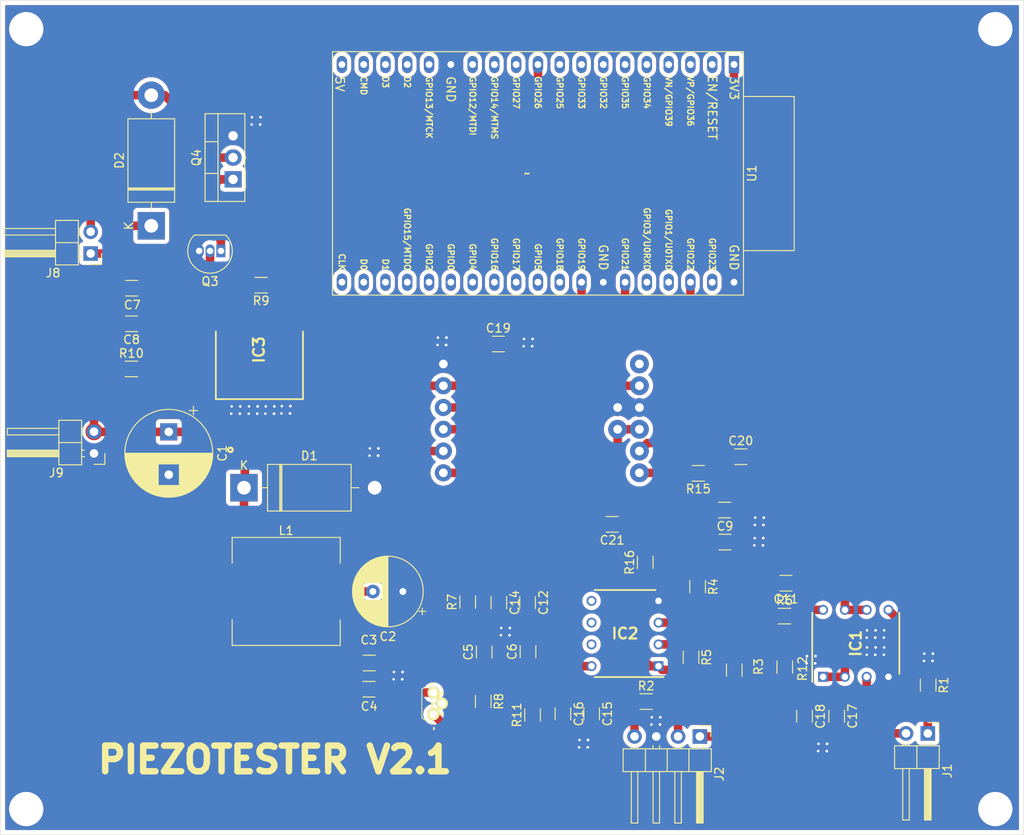
<source format=kicad_pcb>
(kicad_pcb (version 20241229) (generator "pcbnew") (generator_version "9.0")
  (layers (0 "F.Cu" signal) (2 "B.Cu" signal) (13 "F.Paste" user) (15 "B.Paste" user) (5 "F.SilkS" user "F.Silkscreen") (7 "B.SilkS" user "B.Silkscreen") (1 "F.Mask" user) (3 "B.Mask" user) (25 "Edge.Cuts" user))
  (net 0 "")
  (net 28 "3v3A")
  (net 30 "GND")
  (net 31 "+3.3V")
  (net 32 "Net-(ADS2-AIN0)")
  (net 33 "RDY")
  (net 34 "SCL")
  (net 35 "Net-(ADS2-AIN1)")
  (net 36 "SDA")
  (net 37 "Net-(IC1-VINB+)")
  (net 38 "Net-(ADS2-AIN2)")
  (net 39 "Net-(IC2-IN1+)")
  (net 42 "Net-(IC2-IN1-)")
  (net 44 "Net-(J2-Pin_1)")
  (net 45 "Net-(J2-Pin_2)")
  (net 46 "GPIO17")
  (net 47 "OUT")
  (net 48 "Net-(D2-A)")
  (net 49 "Net-(D2-K)")
  (net 50 "12VDC+")
  (net 51 "Net-(Q3-B)")
  (net 52 "Net-(IC3-FB)")
  (net 53 "Net-(C5-Pad1)")
  (net 54 "Net-(IC1-VDD)")
  (net 55 "Net-(IC2-V+)")
  (net 56 "Net-(J2-Pin_4)")
  (net 57 "Net-(IC1-VINA+)")
  (net 58 "Net-(IC1-VINA-)")
  (net 59 "AIN2")
  (footprint "Capacitor_SMD:C_1206_3216Metric" (layer "F.Cu") (at 127.05 98.74)
    (property "Reference" "C19")
    (property "Value" "C 0.1μF")
  )
  (footprint "ADS1115_Salamon:DIP781W56P254L950H533Q8N" (layer "F.Cu") (at 141.825 132.52 180)
    (property "Reference" "IC2")
    (property "Value" "LM358P" (hide yes))
  )
  (footprint "Resistor_SMD:R_1206_3216Metric" (layer "F.Cu") (at 123.48 128.86 90)
    (property "Reference" "R7")
    (property "Value" "R 1")
  )
  (footprint "Capacitor_SMD:C_1206_3216Metric" (layer "F.Cu") (at 166.5 142.17 -90)
    (property "Reference" "C17")
    (property "Value" "C 10μF")
  )
  (footprint "Capacitor_SMD:C_1206_3216Metric" (layer "F.Cu") (at 130.51 134.63 90)
    (property "Reference" "C6")
    (property "Value" "C 100nF")
  )
  (footprint "Connector_PinHeader_2.54mm:PinHeader_1x02_P2.54mm_Horizontal" (layer "F.Cu") (at 177.125 144.175 -90)
    (property "Reference" "J1")
    (property "Value" "Conn_01x02")
  )
  (footprint "Connector_PinHeader_2.54mm:PinHeader_1x04_P2.54mm_Horizontal" (layer "F.Cu") (at 150.55 144.53 -90)
    (property "Reference" "J2")
    (property "Value" "Conn_01x04")
  )
  (footprint "Resistor_SMD:R_1206_3216Metric" (layer "F.Cu") (at 177.17 138.54 -90)
    (property "Reference" "R1")
    (property "Value" "R 200K")
  )
  (footprint "Capacitor_SMD:C_1206_3216Metric" (layer "F.Cu") (at 127.11 128.915 -90)
    (property "Reference" "C14")
    (property "Value" "C 100nF")
  )
  (footprint "Capacitor_THT:CP_Radial_D10.0mm_P5.00mm" (layer "F.Cu") (at 88.62 108.99 -90)
    (property "Reference" "C1")
    (property "Value" "C 680 μF")
  )
  (footprint "ADS1115_Salamon:ESP32-DevKitC" (layer "F.Cu") (at 154.53 66.13 -90)
    (property "Reference" "U1")
    (property "Value" "~")
  )
  (footprint "ADS1115_Salamon:TL431CLPM" (layer "F.Cu") (at 119.48 141.95 90)
    (property "Reference" "IC4")
    (property "Value" "LP2950-33LPRE3" (hide yes))
  )
  (footprint "Resistor_SMD:R_1206_3216Metric" (layer "F.Cu") (at 160.42 130.49)
    (property "Reference" "R6")
    (property "Value" "R 1")
  )
  (footprint "Capacitor_SMD:C_1206_3216Metric" (layer "F.Cu") (at 140.33 119.78 180)
    (property "Reference" "C21")
    (property "Value" "C 100nF")
  )
  (footprint "Resistor_SMD:R_1206_3216Metric" (layer "F.Cu") (at 84.2575 101.65)
    (property "Reference" "R10")
    (property "Value" "R 68K")
  )
  (footprint "Inductor_SMD:L_12x12mm_H6mm" (layer "F.Cu") (at 102.31 127.61)
    (property "Reference" "L1")
    (property "Value" "L 68 μH")
  )
  (footprint "Capacitor_SMD:C_1206_3216Metric" (layer "F.Cu") (at 160.59 126.65 180)
    (property "Reference" "C11")
    (property "Value" "C 0.1 μF")
  )
  (footprint "Connector_PinHeader_2.54mm:PinHeader_1x02_P2.54mm_Horizontal" (layer "F.Cu") (at 79.9 111.507323 180)
    (property "Reference" "J9")
    (property "Value" "Conn_01x02")
  )
  (footprint "Capacitor_SMD:C_1206_3216Metric" (layer "F.Cu") (at 155.325 111.89)
    (property "Reference" "C20")
    (property "Value" "C 100nF")
  )
  (footprint "ADS1115_Salamon:ADS1219" (layer "F.Cu") (at 119.64 117.16 -90)
    (property "Reference" "ADS2" (hide yes))
    (property "Value" "~" (hide yes))
  )
  (footprint "Capacitor_THT:CP_Radial_D8.0mm_P3.50mm" (layer "F.Cu") (at 115.92 127.62 180)
    (property "Reference" "C2")
    (property "Value" "C 180 μF")
  )
  (footprint "Capacitor_SMD:C_1206_3216Metric" (layer "F.Cu") (at 153.475 121.8525)
    (property "Reference" "C9")
    (property "Value" "C 10μF")
  )
  (footprint "Package_TO_SOT_THT:TO-220-3_Vertical" (layer "F.Cu") (at 96.12 79.53 90)
    (property "Reference" "Q4")
    (property "Value" "IRLZ44N")
  )
  (footprint "Diode_THT:D_DO-201AD_P15.24mm_Horizontal" (layer "F.Cu") (at 86.58 84.95 90)
    (property "Reference" "D2")
    (property "Value" "1N5822")
  )
  (footprint "Capacitor_SMD:C_1206_3216Metric" (layer "F.Cu") (at 125.4 134.68 90)
    (property "Reference" "C5")
    (property "Value" "C 10μF")
  )
  (footprint "Resistor_SMD:R_1206_3216Metric" (layer "F.Cu") (at 160.45 136.44 -90)
    (property "Reference" "R12")
    (property "Value" "R 1")
  )
  (footprint "Capacitor_SMD:C_1206_3216Metric" (layer "F.Cu") (at 153.44 118.1125)
    (property "Reference" "C10" (hide yes))
    (property "Value" "C 100nF")
  )
  (footprint "Resistor_SMD:R_1206_3216Metric" (layer "F.Cu") (at 150.3675 113.83 180)
    (property "Reference" "R15")
    (property "Value" "R 1K")
  )
  (footprint "ADS1115_Salamon:KTT0005B" (layer "F.Cu") (at 99.19 96.534 -90)
    (property "Reference" "IC3")
    (property "Value" "LM2596S-5.0_NOPB" (hide yes))
  )
  (footprint "Resistor_SMD:R_1206_3216Metric" (layer "F.Cu") (at 149.52 135.3 -90)
    (property "Reference" "R5")
    (property "Value" "R 62K")
  )
  (footprint "Connector_PinHeader_2.54mm:PinHeader_1x02_P2.54mm_Horizontal" (layer "F.Cu") (at 79.515 88.185 180)
    (property "Reference" "J8")
    (property "Value" "Conn_01x02")
  )
  (footprint "Resistor_SMD:R_1206_3216Metric" (layer "F.Cu") (at 125.29 140.44 -90)
    (property "Reference" "R8")
    (property "Value" "R 10")
  )
  (footprint "Resistor_SMD:R_1206_3216Metric" (layer "F.Cu") (at 144.18 124.2175 90)
    (property "Reference" "R16")
    (property "Value" "R 1K")
  )
  (footprint "Package_TO_SOT_THT:TO-92_Inline" (layer "F.Cu") (at 94.7 87.88 180)
    (property "Reference" "Q3")
    (property "Value" "BC547")
  )
  (footprint "Capacitor_SMD:C_1206_3216Metric" (layer "F.Cu") (at 84.285 96.38 180)
    (property "Reference" "C8")
    (property "Value" "C 100nF")
  )
  (footprint "ADS1115_Salamon:DIP781W56P254L950H533Q8N" (layer "F.Cu") (at 168.73 133.665 90)
    (property "Reference" "IC1")
    (property "Value" "MCP6002-I_P" (hide yes))
  )
  (footprint "Resistor_SMD:R_1206_3216Metric" (layer "F.Cu") (at 154.56 136.8 -90)
    (property "Reference" "R3")
    (property "Value" "R 1K")
  )
  (footprint "Resistor_SMD:R_1206_3216Metric" (layer "F.Cu") (at 131.04 142.02 90)
    (property "Reference" "R11")
    (property "Value" "R 1")
  )
  (footprint "Capacitor_SMD:C_1206_3216Metric" (layer "F.Cu") (at 134.58 141.89 -90)
    (property "Reference" "C16")
    (property "Value" "C 100nF")
  )
  (footprint "Resistor_SMD:R_1206_3216Metric" (layer "F.Cu") (at 99.39 91.88 180)
    (property "Reference" "R9")
    (property "Value" "R 100")
  )
  (footprint "Diode_THT:D_DO-201AD_P15.24mm_Horizontal" (layer "F.Cu") (at 97.39 115.51)
    (property "Reference" "D1")
    (property "Value" "1N5824")
  )
  (footprint "Resistor_SMD:R_1206_3216Metric" (layer "F.Cu") (at 150.285 127.0575 -90)
    (property "Reference" "R4")
    (property "Value" "R 62K")
  )
  (footprint "Capacitor_SMD:C_1206_3216Metric" (layer "F.Cu") (at 84.295 92.23 180)
    (property "Reference" "C7")
    (property "Value" "C 10μF")
  )
  (footprint "Capacitor_SMD:C_1206_3216Metric" (layer "F.Cu") (at 130.46 128.915 -90)
    (property "Reference" "C12")
    (property "Value" "C 10μF")
  )
  (footprint "Capacitor_SMD:C_1206_3216Metric" (layer "F.Cu") (at 137.93 141.89 -90)
    (property "Reference" "C15")
    (property "Value" "C 10μF")
  )
  (footprint "Resistor_SMD:R_1206_3216Metric" (layer "F.Cu") (at 144.2875 140.46)
    (property "Reference" "R2")
    (property "Value" "R 1K")
  )
  (footprint "Capacitor_SMD:C_1206_3216Metric" (layer "F.Cu") (at 162.75 142.18 -90)
    (property "Reference" "C18")
    (property "Value" "C 100nF")
  )
  (footprint "Capacitor_SMD:C_1206_3216Metric" (layer "F.Cu") (at 111.96 139.02)
    (property "Reference" "C4")
    (property "Value" "C 100nF")
  )
  (footprint "Capacitor_SMD:C_1206_3216Metric" (layer "F.Cu") (at 111.99 135.96)
    (property "Reference" "C3")
    (property "Value" "C 22μF")
  )
  (gr_rect (start 69 58.652675) (end 188.307053 156) (stroke (width 0.05)) (fill no) (layer "Edge.Cuts"))
  (gr_text "PIEZOTESTER V2.1\n" (at 80 149 0) (layer "F.SilkS") (effects (font (size 3 3) (thickness 0.75) (bold yes)) (justify left bottom)))
  (segment (start 126.48 143.48) (end 129.74 143.48) (width 1) (layer "F.Cu") (net 28))
  (segment (start 129.74 143.48) (end 129.7425 143.4825) (width 1) (layer "F.Cu") (net 28))
  (segment (start 124.1225 141.9025) (end 125.29 141.9025) (width 1) (layer "F.Cu") (net 28))
  (segment (start 152 118.1475) (end 151.965 118.1125) (width 1) (layer "F.Cu") (net 28))
  (segment (start 125.29 142.29) (end 126.48 143.48) (width 1) (layer "F.Cu") (net 28))
  (segment (start 158.9575 129.72375) (end 152 122.76625) (width 1) (layer "F.Cu") (net 28))
  (segment (start 158 142) (end 158 136) (width 1) (layer "F.Cu") (net 28))
  (segment (start 123.48 130.3225) (end 122.36 131.4425) (width 1) (layer "F.Cu") (net 28))
  (segment (start 152 121.8525) (end 152 118.1475) (width 1) (layer "F.Cu") (net 28))
  (segment (start 159.0225 134.9775) (end 160.45 134.9775) (width 1) (layer "F.Cu") (net 28))
  (segment (start 158.9575 133.485) (end 158.9575 130.49) (width 1) (layer "F.Cu") (net 28))
  (segment (start 122.36 131.4425) (end 122.36 140.14) (width 1) (layer "F.Cu") (net 28))
  (segment (start 120.67 143.14) (end 123.02 143.14) (width 1) (layer "F.Cu") (net 28))
  (segment (start 158 136) (end 159.0225 134.9775) (width 1) (layer "F.Cu") (net 28))
  (segment (start 131.4825 143.4825) (end 136 148) (width 1) (layer "F.Cu") (net 28))
  (segment (start 143.5 108.69) (end 140.96 108.69) (width 1) (layer "F.Cu") (net 28))
  (segment (start 129.7425 143.4825) (end 131.04 143.4825) (width 1) (layer "F.Cu") (net 28))
  (segment (start 124.29625 142.89625) (end 125.29 141.9025) (width 1) (layer "F.Cu") (net 28))
  (segment (start 152 148) (end 158 142) (width 1) (layer "F.Cu") (net 28))
  (segment (start 158.9575 130.49) (end 158.9575 129.72375) (width 1) (layer "F.Cu") (net 28))
  (segment (start 123.02 143.14) (end 124.0525 143.14) (width 1) (layer "F.Cu") (net 28))
  (segment (start 124.0525 143.14) (end 124.29625 142.89625) (width 1) (layer "F.Cu") (net 28))
  (segment (start 125.29 141.9025) (end 125.29 142.29) (width 1) (layer "F.Cu") (net 28))
  (segment (start 160.45 134.9775) (end 158.9575 133.485) (width 1) (layer "F.Cu") (net 28))
  (segment (start 122.36 140.14) (end 124.1225 141.9025) (width 1) (layer "F.Cu") (net 28))
  (segment (start 143 117) (end 140.96 114.96) (width 1) (layer "F.Cu") (net 28))
  (segment (start 136 148) (end 152 148) (width 1) (layer "F.Cu") (net 28))
  (segment (start 152 122.76625) (end 152 121.8525) (width 1) (layer "F.Cu") (net 28))
  (segment (start 151.965 118.1125) (end 150.8525 117) (width 1) (layer "F.Cu") (net 28))
  (segment (start 150.8525 117) (end 143 117) (width 1) (layer "F.Cu") (net 28))
  (segment (start 119.48 141.95) (end 120.67 143.14) (width 1) (layer "F.Cu") (net 28))
  (segment (start 131.04 143.4825) (end 131.4825 143.4825) (width 1) (layer "F.Cu") (net 28))
  (segment (start 140.96 114.96) (end 140.96 108.69) (width 1) (layer "F.Cu") (net 28))
  (via (at 145.9 143.14) (size 0.6) (drill 0.3) (layers "F.Cu" "B.Cu") (net 30))
  (via (at 171.04 134.15) (size 0.6) (drill 0.3) (layers "F.Cu" "B.Cu") (net 30))
  (via (at 96.91 106.87) (size 0.6) (drill 0.3) (layers "F.Cu" "B.Cu") (net 30))
  (via (at 171.04 132.15) (size 0.6) (drill 0.3) (layers "F.Cu" "B.Cu") (net 30))
  (via (at 114.88 137.01) (size 0.6) (drill 0.3) (layers "F.Cu" "B.Cu") (net 30))
  (via (at 157.94 121.39) (size 0.6) (drill 0.3) (layers "F.Cu" "B.Cu") (net 30))
  (via (at 163.04 135.15) (size 0.6) (drill 0.3) (layers "F.Cu" "B.Cu") (net 30))
  (via (at 171 133) (size 0.6) (drill 0.3) (layers "F.Cu" "B.Cu") (net 30))
  (via (at 95.91 106.87) (size 0.6) (drill 0.3) (layers "F.Cu" "B.Cu") (net 30))
  (via (at 98.94 106.87) (size 0.6) (drill 0.3) (layers "F.Cu" "B.Cu") (net 30))
  (via (at 171.04 134.15) (size 0.6) (drill 0.3) (layers "F.Cu" "B.Cu") (net 30))
  (via (at 113.03 111.77) (size 0.6) (drill 0.3) (layers "F.Cu" "B.Cu") (net 30))
  (via (at 131.04 98.15) (size 0.6) (drill 0.3) (layers "F.Cu" "B.Cu") (net 30))
  (via (at 171 133) (size 0.6) (drill 0.3) (layers "F.Cu" "B.Cu") (net 30))
  (via (at 144.9 143.14) (size 0.6) (drill 0.3) (layers "F.Cu" "B.Cu") (net 30))
  (via (at 102.76 106.84) (size 0.6) (drill 0.3) (layers "F.Cu" "B.Cu") (net 30))
  (via (at 112.07 110.92) (size 0.6) (drill 0.3) (layers "F.Cu" "B.Cu") (net 30))
  (via (at 98.94 106.87) (size 0.6) (drill 0.3) (layers "F.Cu" "B.Cu") (net 30))
  (via (at 131.04 98.15) (size 0.6) (drill 0.3) (layers "F.Cu" "B.Cu") (net 30))
  (via (at 176.68 135.72) (size 0.6) (drill 0.3) (layers "F.Cu" "B.Cu") (net 30))
  (via (at 170 133) (size 0.6) (drill 0.3) (layers "F.Cu" "B.Cu") (net 30))
  (via (at 165.38 145.39) (size 0.6) (drill 0.3) (layers "F.Cu" "B.Cu") (net 30))
  (via (at 157.94 121.39) (size 0.6) (drill 0.3) (layers "F.Cu" "B.Cu") (net 30))
  (via (at 100.93 106.02) (size 0.6) (drill 0.3) (layers "F.Cu" "B.Cu") (net 30))
  (via (at 115.88 137.01) (size 0.6) (drill 0.3) (layers "F.Cu" "B.Cu") (net 30))
  (via (at 113.07 110.92) (size 0.6) (drill 0.3) (layers "F.Cu" "B.Cu") (net 30))
  (via (at 170.04 134.15) (size 0.6) (drill 0.3) (layers "F.Cu" "B.Cu") (net 30))
  (via (at 119.96 98.85) (size 0.6) (drill 0.3) (layers "F.Cu" "B.Cu") (net 30))
  (via (at 130 99) (size 0.6) (drill 0.3) (layers "F.Cu" "B.Cu") (net 30))
  (via (at 177.72 134.87) (size 0.6) (drill 0.3) (layers "F.Cu" "B.Cu") (net 30))
  (via (at 164.04 135.15) (size 0.6) (drill 0.3) (layers "F.Cu" "B.Cu") (net 30))
  (via (at 115.84 137.86) (size 0.6) (drill 0.3) (layers "F.Cu" "B.Cu") (net 30))
  (via (at 120.96 98.85) (size 0.6) (drill 0.3) (layers "F.Cu" "B.Cu") (net 30))
  (via (at 172.04 132.15) (size 0.6) (drill 0.3) (layers "F.Cu" "B.Cu") (net 30))
  (via (at 97.98 106.02) (size 0.6) (drill 0.3) (layers "F.Cu" "B.Cu") (net 30))
  (via (at 164.34 146.24) (size 0.6) (drill 0.3) (layers "F.Cu" "B.Cu") (net 30))
  (via (at 102.76 106.84) (size 0.6) (drill 0.3) (layers "F.Cu" "B.Cu") (net 30))
  (via (at 128.39 131.87) (size 0.6) (drill 0.3) (layers "F.Cu" "B.Cu") (net 30))
  (via (at 136.47 145.8) (size 0.6) (drill 0.3) (layers "F.Cu" "B.Cu") (net 30))
  (via (at 113.07 110.92) (size 0.6) (drill 0.3) (layers "F.Cu" "B.Cu") (net 30))
  (via (at 164 136) (size 0.6) (drill 0.3) (layers "F.Cu" "B.Cu") (net 30))
  (via (at 172 135) (size 0.6) (drill 0.3) (layers "F.Cu" "B.Cu") (net 30))
  (via (at 120 98) (size 0.6) (drill 0.3) (layers "F.Cu" "B.Cu") (net 30))
  (via (at 99.93 106.02) (size 0.6) (drill 0.3) (layers "F.Cu" "B.Cu") (net 30))
  (via (at 136.51 144.95) (size 0.6) (drill 0.3) (layers "F.Cu" "B.Cu") (net 30))
  (via (at 157.9 122.24) (size 0.6) (drill 0.3) (layers "F.Cu" "B.Cu") (net 30))
  (via (at 128.35 132.72) (size 0.6) (drill 0.3) (layers "F.Cu" "B.Cu") (net 30))
  (via (at 130.04 98.15) (size 0.6) (drill 0.3) (layers "F.Cu" "B.Cu") (net 30))
  (via (at 137.47 145.8) (size 0.6) (drill 0.3) (layers "F.Cu" "B.Cu") (net 30))
  (via (at 170.04 132.15) (size 0.6) (drill 0.3) (layers "F.Cu" "B.Cu") (net 30))
  (via (at 172.04 134.15) (size 0.6) (drill 0.3) (layers "F.Cu" "B.Cu") (net 30))
  (via (at 165.38 145.39) (size 0.6) (drill 0.3) (layers "F.Cu" "B.Cu") (net 30))
  (via (at 163 136) (size 0.6) (drill 0.3) (layers "F.Cu" "B.Cu") (net 30))
  (via (at 97.94 106.87) (size 0.6) (drill 0.3) (layers "F.Cu" "B.Cu") (net 30))
  (via (at 185 62) (size 4.1) (drill 4) (layers "F.Cu" "B.Cu") (net 30))
  (via (at 164.38 145.39) (size 0.6) (drill 0.3) (layers "F.Cu" "B.Cu") (net 30))
  (via (at 171 135) (size 0.6) (drill 0.3) (layers "F.Cu" "B.Cu") (net 30))
  (via (at 185 153) (size 4.1) (drill 4) (layers "F.Cu" "B.Cu") (net 30))
  (via (at 121 98) (size 0.6) (drill 0.3) (layers "F.Cu" "B.Cu") (net 30))
  (via (at 137.51 144.95) (size 0.6) (drill 0.3) (layers "F.Cu" "B.Cu") (net 30))
  (via (at 102.8 105.99) (size 0.6) (drill 0.3) (layers "F.Cu" "B.Cu") (net 30))
  (via (at 102.8 105.99) (size 0.6) (drill 0.3) (layers "F.Cu" "B.Cu") (net 30))
  (via (at 144.94 142.29) (size 0.6) (drill 0.3) (layers "F.Cu" "B.Cu") (net 30))
  (via (at 165.34 146.24) (size 0.6) (drill 0.3) (layers "F.Cu" "B.Cu") (net 30))
  (via (at 131 99) (size 0.6) (drill 0.3) (layers "F.Cu" "B.Cu") (net 30))
  (via (at 137.47 145.8) (size 0.6) (drill 0.3) (layers "F.Cu" "B.Cu") (net 30))
  (via (at 164 136) (size 0.6) (drill 0.3) (layers "F.Cu" "B.Cu") (net 30))
  (via (at 145.94 142.29) (size 0.6) (drill 0.3) (layers "F.Cu" "B.Cu") (net 30))
  (via (at 157.96 119.85) (size 0.6) (drill 0.3) (layers "F.Cu" "B.Cu") (net 30))
  (via (at 128.39 131.87) (size 0.6) (drill 0.3) (layers "F.Cu" "B.Cu") (net 30))
  (via (at 177.68 135.72) (size 0.6) (drill 0.3) (layers "F.Cu" "B.Cu") (net 30))
  (via (at 145.9 143.14) (size 0.6) (drill 0.3) (layers "F.Cu" "B.Cu") (net 30))
  (via (at 99.28 73.13) (size 0.6) (drill 0.3) (layers "F.Cu" "B.Cu") (net 30))
  (via (at 156.96 119.85) (size 0.6) (drill 0.3) (layers "F.Cu" "B.Cu") (net 30))
  (via (at 177.68 135.72) (size 0.6) (drill 0.3) (layers "F.Cu" "B.Cu") (net 30))
  (via (at 113.03 111.77) (size 0.6) (drill 0.3) (layers "F.Cu" "B.Cu") (net 30))
  (via (at 114.84 137.86) (size 0.6) (drill 0.3) (layers "F.Cu" "B.Cu") (net 30))
  (via (at 127.39 131.87) (size 0.6) (drill 0.3) (layers "F.Cu" "B.Cu") (net 30))
  (via (at 145.94 142.29) (size 0.6) (drill 0.3) (layers "F.Cu" "B.Cu") (net 30))
  (via (at 137.51 144.95) (size 0.6) (drill 0.3) (layers "F.Cu" "B.Cu") (net 30))
  (via (at 100.89 106.87) (size 0.6) (drill 0.3) (layers "F.Cu" "B.Cu") (net 30))
  (via (at 176.72 134.87) (size 0.6) (drill 0.3) (layers "F.Cu" "B.Cu") (net 30))
  (via (at 99.32 72.28) (size 0.6) (drill 0.3) (layers "F.Cu" "B.Cu") (net 30))
  (via (at 96.95 106.02) (size 0.6) (drill 0.3) (layers "F.Cu" "B.Cu") (net 30))
  (via (at 96.91 106.87) (size 0.6) (drill 0.3) (layers "F.Cu" "B.Cu") (net 30))
  (via (at 128.35 132.72) (size 0.6) (drill 0.3) (layers "F.Cu" "B.Cu") (net 30))
  (via (at 115.88 137.01) (size 0.6) (drill 0.3) (layers "F.Cu" "B.Cu") (net 30))
  (via (at 72 62) (size 4.1) (drill 4) (layers "F.Cu" "B.Cu") (net 30))
  (via (at 158 119) (size 0.6) (drill 0.3) (layers "F.Cu" "B.Cu") (net 30))
  (via (at 96.95 106.02) (size 0.6) (drill 0.3) (layers "F.Cu" "B.Cu") (net 30))
  (via (at 121 98) (size 0.6) (drill 0.3) (layers "F.Cu" "B.Cu") (net 30))
  (via (at 172 133) (size 0.6) (drill 0.3) (layers "F.Cu" "B.Cu") (net 30))
  (via (at 112.03 111.77) (size 0.6) (drill 0.3) (layers "F.Cu" "B.Cu") (net 30))
  (via (at 120.96 98.85) (size 0.6) (drill 0.3) (layers "F.Cu" "B.Cu") (net 30))
  (via (at 98.98 106.02) (size 0.6) (drill 0.3) (layers "F.Cu" "B.Cu") (net 30))
  (via (at 95.95 106.02) (size 0.6) (drill 0.3) (layers "F.Cu" "B.Cu") (net 30))
  (via (at 156.94 121.39) (size 0.6) (drill 0.3) (layers "F.Cu" "B.Cu") (net 30))
  (via (at 158 119) (size 0.6) (drill 0.3) (layers "F.Cu" "B.Cu") (net 30))
  (via (at 101.8 105.99) (size 0.6) (drill 0.3) (layers "F.Cu" "B.Cu") (net 30))
  (via (at 98.28 73.13) (size 0.6) (drill 0.3) (layers "F.Cu" "B.Cu") (net 30))
  (via (at 115.84 137.86) (size 0.6) (drill 0.3) (layers "F.Cu" "B.Cu") (net 30))
  (via (at 100.93 106.02) (size 0.6) (drill 0.3) (layers "F.Cu" "B.Cu") (net 30))
  (via (at 156.9 122.24) (size 0.6) (drill 0.3) (layers "F.Cu" "B.Cu") (net 30))
  (via (at 157.96 119.85) (size 0.6) (drill 0.3) (layers "F.Cu" "B.Cu") (net 30))
  (via (at 72 153) (size 4.1) (drill 4) (layers "F.Cu" "B.Cu") (net 30))
  (via (at 99.89 106.87) (size 0.6) (drill 0.3) (layers "F.Cu" "B.Cu") (net 30))
  (via (at 99.32 72.28) (size 0.6) (drill 0.3) (layers "F.Cu" "B.Cu") (net 30))
  (via (at 98.32 72.28) (size 0.6) (drill 0.3) (layers "F.Cu" "B.Cu") (net 30))
  (via (at 131 99) (size 0.6) (drill 0.3) (layers "F.Cu" "B.Cu") (net 30))
  (via (at 164.04 135.15) (size 0.6) (drill 0.3) (layers "F.Cu" "B.Cu") (net 30))
  (via (at 127.35 132.72) (size 0.6) (drill 0.3) (layers "F.Cu" "B.Cu") (net 30))
  (via (at 171.04 132.15) (size 0.6) (drill 0.3) (layers "F.Cu" "B.Cu") (net 30))
  (via (at 170 135) (size 0.6) (drill 0.3) (layers "F.Cu" "B.Cu") (net 30))
  (via (at 157.9 122.24) (size 0.6) (drill 0.3) (layers "F.Cu" "B.Cu") (net 30))
  (via (at 157 119) (size 0.6) (drill 0.3) (layers "F.Cu" "B.Cu") (net 30))
  (via (at 165.34 146.24) (size 0.6) (drill 0.3) (layers "F.Cu" "B.Cu") (net 30))
  (via (at 101.76 106.84) (size 0.6) (drill 0.3) (layers "F.Cu" "B.Cu") (net 30))
  (via (at 100.89 106.87) (size 0.6) (drill 0.3) (layers "F.Cu" "B.Cu") (net 30))
  (via (at 171 135) (size 0.6) (drill 0.3) (layers "F.Cu" "B.Cu") (net 30))
  (via (at 98.98 106.02) (size 0.6) (drill 0.3) (layers "F.Cu" "B.Cu") (net 30))
  (via (at 99.28 73.13) (size 0.6) (drill 0.3) (layers "F.Cu" "B.Cu") (net 30))
  (via (at 177.72 134.87) (size 0.6) (drill 0.3) (layers "F.Cu" "B.Cu") (net 30))
  (segment (start 106 94) (end 107 95) (width 1) (layer "F.Cu") (net 31))
  (segment (start 125.575 97.575) (end 125.575 98.74) (width 1) (layer "F.Cu") (net 31))
  (segment (start 118.39 103.61) (end 120.64 103.61) (width 1) (layer "F.Cu") (net 31))
  (segment (start 118.23 111.23) (end 117 110) (width 1) (layer "F.Cu") (net 31))
  (segment (start 124.01 103.61) (end 120.64 103.61) (width 1) (layer "F.Cu") (net 31))
  (segment (start 106 86) (end 106 94) (width 1) (layer "F.Cu") (net 31))
  (segment (start 154.53 78.47) (end 150 83) (width 1) (layer "F.Cu") (net 31))
  (segment (start 125.575 98.74) (end 125.575 102.045) (width 1) (layer "F.Cu") (net 31))
  (segment (start 109 83) (end 106 86) (width 1) (layer "F.Cu") (net 31))
  (segment (start 107 95) (end 123 95) (width 1) (layer "F.Cu") (net 31))
  (segment (start 117 110) (end 117 105) (width 1) (layer "F.Cu") (net 31))
  (segment (start 120.64 111.23) (end 118.23 111.23) (width 1) (layer "F.Cu") (net 31))
  (segment (start 117 105) (end 118.39 103.61) (width 1) (layer "F.Cu") (net 31))
  (segment (start 123 95) (end 125.575 97.575) (width 1) (layer "F.Cu") (net 31))
  (segment (start 125.575 102.045) (end 124.01 103.61) (width 1) (layer "F.Cu") (net 31))
  (segment (start 150 83) (end 109 83) (width 1) (layer "F.Cu") (net 31))
  (segment (start 154.53 66.13) (end 154.53 78.47) (width 1) (layer "F.Cu") (net 31))
  (segment (start 143.5 113.77) (end 148.845 113.77) (width 1) (layer "F.Cu") (net 32))
  (segment (start 148.845 113.77) (end 148.905 113.83) (width 1) (layer "F.Cu") (net 32))
  (segment (start 120.64 113.77) (end 125.61 113.77) (width 1) (layer "F.Cu") (net 33))
  (segment (start 149.45 93.56) (end 149.45 91.53) (width 1) (layer "F.Cu") (net 33))
  (segment (start 143.6 95.78) (end 147.23 95.78) (width 1) (layer "F.Cu") (net 33))
  (segment (start 125.61 113.77) (end 143.6 95.78) (width 1) (layer "F.Cu") (net 33))
  (segment (start 147.23 95.78) (end 149.45 93.56) (width 1) (layer "F.Cu") (net 33))
  (segment (start 127.2 108.69) (end 141.83 94.06) (width 1) (layer "F.Cu") (net 34))
  (segment (start 141.83 94.06) (end 141.83 91.53) (width 1) (layer "F.Cu") (net 34))
  (segment (start 120.64 108.69) (end 127.2 108.69) (width 1) (layer "F.Cu") (net 34))
  (segment (start 144.441 110.289) (end 156.8 110.289) (width 1) (layer "F.Cu") (net 35))
  (segment (start 156.8 110.289) (end 158.739 110.289) (width 1) (layer "F.Cu") (net 35))
  (segment (start 156.8 111.89) (end 156.8 110.289) (width 1) (layer "F.Cu") (net 35))
  (segment (start 158.739 110.289) (end 167.46 119.01) (width 1) (layer "F.Cu") (net 35))
  (segment (start 143.5 111.23) (end 144.441 110.289) (width 1) (layer "F.Cu") (net 35))
  (segment (start 167.46 119.01) (end 167.46 129.76) (width 1) (layer "F.Cu") (net 35))
  (segment (start 167.46 129.76) (end 170 129.76) (width 1) (layer "F.Cu") (net 35))
  (segment (start 126.43 106.15) (end 136.75 95.83) (width 1) (layer "F.Cu") (net 36))
  (segment (start 136.75 95.83) (end 136.75 91.53) (width 1) (layer "F.Cu") (net 36))
  (segment (start 120.64 106.15) (end 126.43 106.15) (width 1) (layer "F.Cu") (net 36))
  (segment (start 177.125 140.0475) (end 177.17 140.0025) (width 1) (layer "F.Cu") (net 37))
  (segment (start 174.64 131.86) (end 174.64 137.4725) (width 1) (layer "F.Cu") (net 37))
  (segment (start 177.125 144.175) (end 177.125 140.0475) (width 1) (layer "F.Cu") (net 37))
  (segment (start 172.54 129.76) (end 174.64 131.86) (width 1) (layer "F.Cu") (net 37))
  (segment (start 174.64 137.4725) (end 177.17 140.0025) (width 1) (layer "F.Cu") (net 37))
  (segment (start 136.5 114.75) (end 141.53 119.78) (width 1) (layer "F.Cu") (net 38))
  (segment (start 143.5 103.61) (end 139.28 103.61) (width 1) (layer "F.Cu") (net 38))
  (segment (start 139.28 103.61) (end 136.5 106.39) (width 1) (layer "F.Cu") (net 38))
  (segment (start 144.18 122.755) (end 144.18 122.155) (width 1) (layer "F.Cu") (net 38))
  (segment (start 141.53 119.78) (end 141.805 119.78) (width 1) (layer "F.Cu") (net 38))
  (segment (start 144.18 122.155) (end 141.805 119.78) (width 1) (layer "F.Cu") (net 38))
  (segment (start 136.5 106.39) (end 136.5 114.75) (width 1) (layer "F.Cu") (net 38))
  (segment (start 148.935 131.25) (end 149.595 130.59) (width 1) (layer "F.Cu") (net 39))
  (segment (start 148.935 131.25) (end 151.91 131.25) (width 1) (layer "F.Cu") (net 39))
  (segment (start 151.91 131.25) (end 154.56 133.9) (width 1) (layer "F.Cu") (net 39))
  (segment (start 150.285 129.9) (end 150.285 128.52) (width 1) (layer "F.Cu") (net 39))
  (segment (start 148.935 131.25) (end 150.285 129.9) (width 1) (layer "F.Cu") (net 39))
  (segment (start 145.73 131.25) (end 148.935 131.25) (width 1) (layer "F.Cu") (net 39))
  (segment (start 154.56 133.9) (end 154.56 135.3375) (width 1) (layer "F.Cu") (net 39))
  (segment (start 143.9 138.55) (end 150.7 138.55) (width 1) (layer "F.Cu") (net 42))
  (segment (start 149.5325 133.85) (end 149.52 133.8375) (width 1) (layer "F.Cu") (net 42))
  (segment (start 151.68 137.57) (end 151.68 134.89) (width 1) (layer "F.Cu") (net 42))
  (segment (start 142.825 139.625) (end 143.9 138.55) (width 1) (layer "F.Cu") (net 42))
  (segment (start 145.73 133.79) (end 149.4725 133.79) (width 1) (layer "F.Cu") (net 42))
  (segment (start 145.75 133.81) (end 145.73 133.79) (width 1) (layer "F.Cu") (net 42))
  (segment (start 149.4725 133.79) (end 149.52 133.8375) (width 1) (layer "F.Cu") (net 42))
  (segment (start 142.825 140.46) (end 142.825 139.625) (width 1) (layer "F.Cu") (net 42))
  (segment (start 151.68 134.89) (end 150.64 133.85) (width 1) (layer "F.Cu") (net 42))
  (segment (start 150.7 138.55) (end 151.68 137.57) (width 1) (layer "F.Cu") (net 42))
  (segment (start 150.64 133.85) (end 149.5325 133.85) (width 1) (layer "F.Cu") (net 42))
  (segment (start 154.5 138.3225) (end 154.56 138.2625) (width 1) (layer "F.Cu") (net 44))
  (segment (start 154.56 138.2625) (end 154.56 142.3) (width 1) (layer "F.Cu") (net 44))
  (segment (start 154.56 142.3) (end 152.33 144.53) (width 1) (layer "F.Cu") (net 44))
  (segment (start 152.33 144.53) (end 150.55 144.53) (width 1) (layer "F.Cu") (net 44))
  (segment (start 145.77 140.48) (end 147.35 140.48) (width 1) (layer "F.Cu") (net 45))
  (segment (start 147.35 140.48) (end 148.01 141.14) (width 1) (layer "F.Cu") (net 45))
  (segment (start 148.01 141.14) (end 148.01 144.53) (width 1) (layer "F.Cu") (net 45))
  (segment (start 145.75 140.46) (end 145.77 140.48) (width 1) (layer "F.Cu") (net 45))
  (segment (start 108 79) (end 128 79) (width 1) (layer "F.Cu") (net 46))
  (segment (start 100.8525 91.88) (end 100.8525 86.1475) (width 1) (layer "F.Cu") (net 46))
  (segment (start 128 79) (end 131.67 75.33) (width 1) (layer "F.Cu") (net 46))
  (segment (start 100.8525 86.1475) (end 108 79) (width 1) (layer "F.Cu") (net 46))
  (segment (start 131.67 75.33) (end 131.67 66.13) (width 1) (layer "F.Cu") (net 46))
  (segment (start 97.49 115.41) (end 97.39 115.51) (width 1) (layer "F.Cu") (net 47))
  (segment (start 97.49 108.995) (end 97.49 115.41) (width 1) (layer "F.Cu") (net 47))
  (segment (start 97.39 127.58) (end 97.36 127.61) (width 1) (layer "F.Cu") (net 47))
  (segment (start 97.39 115.51) (end 97.39 127.58) (width 1) (layer "F.Cu") (net 47))
  (segment (start 79.515 73.155) (end 82.96 69.71) (width 1) (layer "F.Cu") (net 48))
  (segment (start 79.515 85.645) (end 79.515 73.155) (width 1) (layer "F.Cu") (net 48))
  (segment (start 96.12 76.99) (end 91.67 76.99) (width 1) (layer "F.Cu") (net 48))
  (segment (start 90.18 71.75) (end 88.14 69.71) (width 1) (layer "F.Cu") (net 48))
  (segment (start 91.67 76.99) (end 90.18 75.5) (width 1) (layer "F.Cu") (net 48))
  (segment (start 82.96 69.71) (end 86.58 69.71) (width 1) (layer "F.Cu") (net 48))
  (segment (start 90.18 75.5) (end 90.18 71.75) (width 1) (layer "F.Cu") (net 48))
  (segment (start 88.14 69.71) (end 86.58 69.71) (width 1) (layer "F.Cu") (net 48))
  (segment (start 93.26 80.84) (end 93.26 85.14) (width 1) (layer "F.Cu") (net 49))
  (segment (start 96.12 79.53) (end 94.57 79.53) (width 1) (layer "F.Cu") (net 49))
  (segment (start 83.865 88.185) (end 82.02 88.185) (width 1) (layer "F.Cu") (net 49))
  (segment (start 85.72 96.42) (end 85.76 96.38) (width 1) (layer "F.Cu") (net 49))
  (segment (start 82.02 88.185) (end 79.515 88.185) (width 1) (layer "F.Cu") (net 49))
  (segment (start 93.26 85.14) (end 94.7 86.58) (width 1) (layer "F.Cu") (net 49))
  (segment (start 85.76 92.24) (end 85.77 92.23) (width 1) (layer "F.Cu") (net 49))
  (segment (start 94.7 86.58) (end 94.7 87.88) (width 1) (layer "F.Cu") (net 49))
  (segment (start 85.76 96.38) (end 85.76 92.24) (width 1) (layer "F.Cu") (net 49))
  (segment (start 85.77 92.23) (end 85.77 90.09) (width 1) (layer "F.Cu") (net 49))
  (segment (start 85.72 101.65) (end 85.72 96.42) (width 1) (layer "F.Cu") (net 49))
  (segment (start 82.02 88.185) (end 82.02 86.98) (width 1) (layer "F.Cu") (net 49))
  (segment (start 85.77 90.09) (end 83.865 88.185) (width 1) (layer "F.Cu") (net 49))
  (segment (start 84.05 84.95) (end 86.58 84.95) (width 1) (layer "F.Cu") (net 49))
  (segment (start 82.02 86.98) (end 84.05 84.95) (width 1) (layer "F.Cu") (net 49))
  (segment (start 94.57 79.53) (end 93.26 80.84) (width 1) (layer "F.Cu") (net 49))
  (segment (start 81.91 101.65) (end 82.795 101.65) (width 1) (layer "F.Cu") (net 50))
  (segment (start 79.922677 108.99) (end 79.9 108.967323) (width 1) (layer "F.Cu") (net 50))
  (segment (start 88.62 108.99) (end 95.785 108.99) (width 1) (layer "F.Cu") (net 50))
  (segment (start 88.62 108.99) (end 79.922677 108.99) (width 1) (layer "F.Cu") (net 50))
  (segment (start 79.9 108.967323) (end 79.9 103.66) (width 1) (layer "F.Cu") (net 50))
  (segment (start 95.785 108.99) (end 95.79 108.995) (width 1) (layer "F.Cu") (net 50))
  (segment (start 79.915 108.952323) (end 79.9 108.967323) (width 2) (layer "F.Cu") (net 50))
  (segment (start 79.9 103.66) (end 81.91 101.65) (width 1) (layer "F.Cu") (net 50))
  (segment (start 93.43 90.19) (end 93.43 87.88) (width 1) (layer "F.Cu") (net 51))
  (segment (start 97.9275 91.88) (end 95.12 91.88) (width 1) (layer "F.Cu") (net 51))
  (segment (start 95.12 91.88) (end 93.43 90.19) (width 1) (layer "F.Cu") (net 51))
  (segment (start 100.89 108.995) (end 100.89 110.59) (width 1) (layer "F.Cu") (net 52))
  (segment (start 110.485 139.02) (end 110.485 141.255) (width 1) (layer "F.Cu") (net 52))
  (segment (start 107.26 116.96) (end 107.26 127.61) (width 1) (layer "F.Cu") (net 52))
  (segment (start 114.54 142.36) (end 117.49 139.41) (width 1) (layer "F.Cu") (net 52))
  (segment (start 107.26 132.705) (end 110.515 135.96) (width 1) (layer "F.Cu") (net 52))
  (segment (start 100.89 110.59) (end 107.26 116.96) (width 1) (layer "F.Cu") (net 52))
  (segment (start 110.515 135.96) (end 110.515 138.99) (width 1) (layer "F.Cu") (net 52))
  (segment (start 110.485 141.255) (end 111.59 142.36) (width 1) (layer "F.Cu") (net 52))
  (segment (start 107.31 127.56) (end 107.26 127.61) (width 1) (layer "F.Cu") (net 52))
  (segment (start 107.26 127.61) (end 107.26 132.705) (width 1) (layer "F.Cu") (net 52))
  (segment (start 111.59 142.36) (end 114.54 142.36) (width 1) (layer "F.Cu") (net 52))
  (segment (start 117.49 139.41) (end 119.48 139.41) (width 1) (layer "F.Cu") (net 52))
  (segment (start 107.27 127.62) (end 107.26 127.61) (width 1) (layer "F.Cu") (net 52))
  (segment (start 110.515 138.99) (end 110.485 139.02) (width 1) (layer "F.Cu") (net 52))
  (segment (start 112.42 127.62) (end 107.27 127.62) (width 1) (layer "F.Cu") (net 52))
  (segment (start 129.595 135.19) (end 130.51 136.105) (width 1) (layer "F.Cu") (net 53))
  (segment (start 125.29 138.9775) (end 125.29 136.265) (width 1) (layer "F.Cu") (net 53))
  (segment (start 125.29 136.265) (end 125.4 136.155) (width 1) (layer "F.Cu") (net 53))
  (segment (start 126.365 135.19) (end 129.595 135.19) (width 1) (layer "F.Cu") (net 53))
  (segment (start 125.4 136.155) (end 126.365 135.19) (width 1) (layer "F.Cu") (net 53))
  (segment (start 161.8825 126.8325) (end 162.065 126.65) (width 1) (layer "F.Cu") (net 54))
  (segment (start 164.92 129.76) (end 162.6125 129.76) (width 1) (layer "F.Cu") (net 54))
  (segment (start 161.8825 130.49) (end 161.8825 126.8325) (width 1) (layer "F.Cu") (net 54))
  (segment (start 162.6125 129.76) (end 161.8825 130.49) (width 1) (layer "F.Cu") (net 54))
  (segment (start 123.48 127.3975) (end 127.0675 127.3975) (width 1) (layer "F.Cu") (net 55))
  (segment (start 127.0675 127.3975) (end 127.11 127.44) (width 1) (layer "F.Cu") (net 55))
  (segment (start 130.46 127.44) (end 133.12 127.44) (width 1) (layer "F.Cu") (net 55))
  (segment (start 134.51 134.58) (end 136.26 136.33) (width 1) (layer "F.Cu") (net 55))
  (segment (start 133.12 127.44) (end 134.51 128.83) (width 1) (layer "F.Cu") (net 55))
  (segment (start 130.46 127.44) (end 127.11 127.44) (width 1) (layer "F.Cu") (net 55))
  (segment (start 136.26 136.33) (end 137.92 136.33) (width 1) (layer "F.Cu") (net 55))
  (segment (start 127.11 127.44) (end 126.96 127.44) (width 1) (layer "F.Cu") (net 55))
  (segment (start 134.51 128.83) (end 134.51 134.58) (width 1) (layer "F.Cu") (net 55))
  (segment (start 142.93 143.05) (end 140.295 140.415) (width 1) (layer "F.Cu") (net 56))
  (segment (start 140.295 140.415) (end 137.93 140.415) (width 1) (layer "F.Cu") (net 56))
  (segment (start 142.93 144.53) (end 142.93 143.05) (width 1) (layer "F.Cu") (net 56))
  (segment (start 134.4375 140.5575) (end 134.58 140.415) (width 1) (layer "F.Cu") (net 56))
  (segment (start 137.93 140.415) (end 134.58 140.415) (width 1) (layer "F.Cu") (net 56))
  (segment (start 131.04 140.5575) (end 134.4375 140.5575) (width 1) (layer "F.Cu") (net 56))
  (segment (start 162.76 140.695) (end 162.75 140.705) (width 1) (layer "F.Cu") (net 57))
  (segment (start 172.585 144.175) (end 170 141.59) (width 1) (layer "F.Cu") (net 57))
  (segment (start 170 141.59) (end 170 140.63) (width 1) (layer "F.Cu") (net 57))
  (segment (start 170 140.63) (end 169.935 140.695) (width 1) (layer "F.Cu") (net 57))
  (segment (start 174.585 144.175) (end 172.585 144.175) (width 1) (layer "F.Cu") (net 57))
  (segment (start 160.45 139.67) (end 161.485 140.705) (width 1) (layer "F.Cu") (net 57))
  (segment (start 161.485 140.705) (end 162.75 140.705) (width 1) (layer "F.Cu") (net 57))
  (segment (start 166.5 140.695) (end 162.76 140.695) (width 1) (layer "F.Cu") (net 57))
  (segment (start 169.935 140.695) (end 166.5 140.695) (width 1) (layer "F.Cu") (net 57))
  (segment (start 170 140.63) (end 170 137.57) (width 1) (layer "F.Cu") (net 57))
  (segment (start 160.45 137.9025) (end 160.45 139.67) (width 1) (layer "F.Cu") (net 57))
  (segment (start 165.38 132.94) (end 167.46 135.02) (width 1) (layer "F.Cu") (net 58))
  (segment (start 153.85 113.68) (end 153.7 113.83) (width 1) (layer "F.Cu") (net 58))
  (segment (start 151.83 113.83) (end 153.7 113.83) (width 1) (layer "F.Cu") (net 58))
  (segment (start 155.09 113.83) (end 160.39 119.13) (width 1) (layer "F.Cu") (net 58))
  (segment (start 153.85 111.89) (end 153.85 113.68) (width 1) (layer "F.Cu") (net 58))
  (segment (start 160.39 119.13) (end 160.39 131.33) (width 1) (layer "F.Cu") (net 58))
  (segment (start 167.46 135.02) (end 167.46 137.57) (width 1) (layer "F.Cu") (net 58))
  (segment (start 164.92 137.57) (end 167.46 137.57) (width 1) (layer "F.Cu") (net 58))
  (segment (start 153.7 113.83) (end 155.09 113.83) (width 1) (layer "F.Cu") (net 58))
  (segment (start 162 132.94) (end 165.38 132.94) (width 1) (layer "F.Cu") (net 58))
  (segment (start 160.39 131.33) (end 162 132.94) (width 1) (layer "F.Cu") (net 58))
  (segment (start 144.75 136.33) (end 145.73 136.33) (width 1) (layer "F.Cu") (net 59))
  (segment (start 146.1625 136.7625) (end 145.73 136.33) (width 1) (layer "F.Cu") (net 59))
  (segment (start 143.14 134.72) (end 144.75 136.33) (width 1) (layer "F.Cu") (net 59))
  (segment (start 144.18 125.68) (end 143.14 126.72) (width 1) (layer "F.Cu") (net 59))
  (segment (start 143.14 126.72) (end 143.14 134.72) (width 1) (layer "F.Cu") (net 59))
  (segment (start 149.52 136.7625) (end 146.1625 136.7625) (width 1) (layer "F.Cu") (net 59))
  (zone (net 30) (net_name "GND") (layer "F.Cu") (priority 1) (connect_pads yes (clearance 0.5)) (min_thickness 0.25) (fill yes (thermal_gap 0.5) (thermal_bridge_width 0.5) (island_removal_mode 1) (island_area_min 10))
    (polygon (pts (xy 69 58.652675) (xy 188.307053 58.652675) (xy 188.307053 156) (xy 69 156)))
  )
  (zone (net 30) (net_name "GND") (layer "B.Cu") (connect_pads yes (clearance 0.5)) (min_thickness 0.25) (fill yes (thermal_gap 0.5) (thermal_bridge_width 0.5) (island_removal_mode 1) (island_area_min 10))
    (polygon (pts (xy 69 58.652675) (xy 188.307053 58.652675) (xy 188.307053 156) (xy 69 156)))
  )
)
</source>
